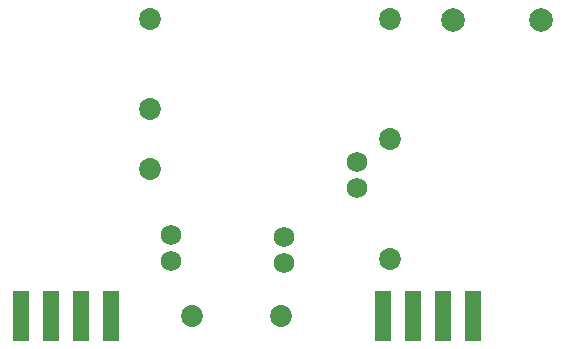
<source format=gts>
G04*
G04 #@! TF.GenerationSoftware,Altium Limited,Altium Designer,19.0.4 (130)*
G04*
G04 Layer_Color=8388736*
%FSTAX44Y44*%
%MOMM*%
G71*
G01*
G75*
%ADD13R,1.3462X4.1910*%
%ADD14C,1.8542*%
%ADD15C,1.7272*%
%ADD16C,2.0032*%
D13*
X-001651Y0002413D02*
D03*
X-001397D02*
D03*
X-001143D02*
D03*
X-000889D02*
D03*
X-0047117D02*
D03*
X-0044577D02*
D03*
X-0042037D02*
D03*
X-0039497D02*
D03*
D14*
X-0025146D02*
D03*
X-0032639D02*
D03*
X-0015875Y0007239D02*
D03*
Y0017399D02*
D03*
X-0036195Y0014859D02*
D03*
Y0019939D02*
D03*
X-0015875Y0027559D02*
D03*
X-0036195D02*
D03*
D15*
X-0034417Y0009228D02*
D03*
Y0007028D02*
D03*
X-0024892Y0009101D02*
D03*
Y0006901D02*
D03*
X-0018669Y0015451D02*
D03*
Y0013251D02*
D03*
D16*
X-0010608Y0027432D02*
D03*
X-0003108D02*
D03*
M02*

</source>
